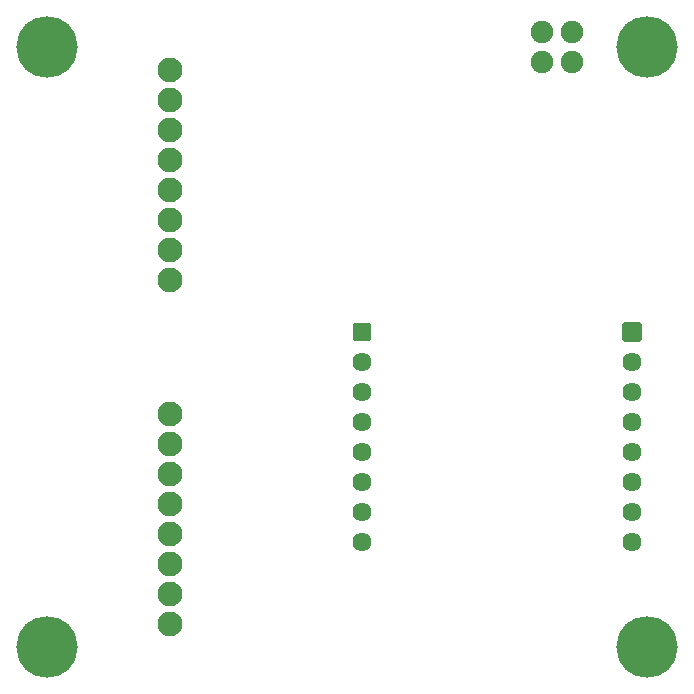
<source format=gbs>
G04 Layer: BottomSolderMaskLayer*
G04 EasyEDA v6.5.32, 2023-07-25 14:04:49*
G04 3427a68e04624d36b5ebd798919f52c8,5a6b42c53f6a479593ecc07194224c93,10*
G04 Gerber Generator version 0.2*
G04 Scale: 100 percent, Rotated: No, Reflected: No *
G04 Dimensions in millimeters *
G04 leading zeros omitted , absolute positions ,4 integer and 5 decimal *
%FSLAX45Y45*%
%MOMM*%

%AMMACRO1*1,1,$1,$2,$3*1,1,$1,$4,$5*1,1,$1,0-$2,0-$3*1,1,$1,0-$4,0-$5*20,1,$1,$2,$3,$4,$5,0*20,1,$1,$4,$5,0-$2,0-$3,0*20,1,$1,0-$2,0-$3,0-$4,0-$5,0*20,1,$1,0-$4,0-$5,$2,$3,0*4,1,4,$2,$3,$4,$5,0-$2,0-$3,0-$4,0-$5,$2,$3,0*%
%ADD10MACRO1,0.1016X-0.7074X0.7074X0.7074X0.7074*%
%ADD11C,1.6180*%
%ADD12MACRO1,0.2032X-0.7074X0.7074X0.7074X0.7074*%
%ADD13C,5.2032*%
%ADD14C,2.1016*%
%ADD15C,1.9016*%

%LPD*%
D10*
G01*
X3048000Y3048000D03*
D11*
G01*
X3048000Y2794000D03*
G01*
X3048000Y2540000D03*
G01*
X3048000Y2286000D03*
G01*
X3048000Y2032000D03*
G01*
X3048000Y1778000D03*
G01*
X3048000Y1524000D03*
G01*
X3048000Y1270000D03*
D12*
G01*
X5334000Y3048000D03*
D11*
G01*
X5334000Y2794000D03*
G01*
X5334000Y2540000D03*
G01*
X5334000Y2286000D03*
G01*
X5334000Y2032000D03*
G01*
X5334000Y1778000D03*
G01*
X5334000Y1524000D03*
G01*
X5334000Y1270000D03*
D13*
G01*
X5461000Y381000D03*
G01*
X381000Y381000D03*
G01*
X381000Y5461000D03*
G01*
X5461000Y5461000D03*
D14*
G01*
X1418793Y5260594D03*
G01*
X1418793Y5006594D03*
G01*
X1418793Y4752594D03*
G01*
X1418793Y4498594D03*
G01*
X1418793Y4244594D03*
G01*
X1418793Y3990594D03*
G01*
X1418793Y3736594D03*
G01*
X1418793Y3482594D03*
G01*
X1418818Y574294D03*
G01*
X1418818Y828294D03*
G01*
X1418818Y1082294D03*
G01*
X1418818Y1336294D03*
G01*
X1418818Y1590294D03*
G01*
X1418818Y1844294D03*
G01*
X1418818Y2098294D03*
G01*
X1418818Y2352294D03*
D15*
G01*
X4826000Y5588000D03*
G01*
X4826000Y5334000D03*
G01*
X4572000Y5334000D03*
G01*
X4572000Y5588000D03*
M02*

</source>
